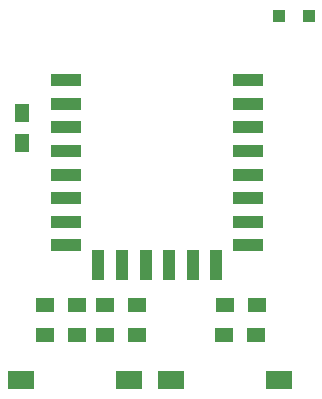
<source format=gbr>
G04 #@! TF.GenerationSoftware,KiCad,Pcbnew,(5.0.1-3-g963ef8bb5)*
G04 #@! TF.CreationDate,2019-01-23T22:51:25-05:00*
G04 #@! TF.ProjectId,WaterSpill,57617465725370696C6C2E6B69636164,rev?*
G04 #@! TF.SameCoordinates,Original*
G04 #@! TF.FileFunction,Paste,Top*
G04 #@! TF.FilePolarity,Positive*
%FSLAX46Y46*%
G04 Gerber Fmt 4.6, Leading zero omitted, Abs format (unit mm)*
G04 Created by KiCad (PCBNEW (5.0.1-3-g963ef8bb5)) date Wednesday, January 23, 2019 at 10:51:25 pm*
%MOMM*%
%LPD*%
G01*
G04 APERTURE LIST*
%ADD10R,1.250000X1.500000*%
%ADD11R,1.000000X1.000000*%
%ADD12R,1.500000X1.300000*%
%ADD13R,2.180000X1.600000*%
%ADD14R,2.500000X1.100000*%
%ADD15R,1.100000X2.500000*%
G04 APERTURE END LIST*
D10*
G04 #@! TO.C,C1*
X33655000Y-28214000D03*
X33655000Y-30714000D03*
G04 #@! TD*
D11*
G04 #@! TO.C,D1*
X55392000Y-19939000D03*
X57892000Y-19939000D03*
G04 #@! TD*
D12*
G04 #@! TO.C,R1*
X35560000Y-44450000D03*
X38260000Y-44450000D03*
G04 #@! TD*
G04 #@! TO.C,R2*
X38260000Y-46990000D03*
X35560000Y-46990000D03*
G04 #@! TD*
G04 #@! TO.C,R3*
X43340000Y-44450000D03*
X40640000Y-44450000D03*
G04 #@! TD*
G04 #@! TO.C,R4*
X43340000Y-46990000D03*
X40640000Y-46990000D03*
G04 #@! TD*
G04 #@! TO.C,R5*
X53500000Y-44450000D03*
X50800000Y-44450000D03*
G04 #@! TD*
G04 #@! TO.C,R6*
X50720000Y-46990000D03*
X53420000Y-46990000D03*
G04 #@! TD*
D13*
G04 #@! TO.C,SW1*
X46210000Y-50800000D03*
X55390000Y-50800000D03*
G04 #@! TD*
G04 #@! TO.C,SW2*
X33510000Y-50800000D03*
X42690000Y-50800000D03*
G04 #@! TD*
D14*
G04 #@! TO.C,U1*
X37400000Y-25400000D03*
X37400000Y-27400000D03*
X37400000Y-29400000D03*
X37400000Y-31400000D03*
X37400000Y-33400000D03*
X37400000Y-35400000D03*
X37400000Y-37400000D03*
X37400000Y-39400000D03*
X52800000Y-39400000D03*
X52800000Y-37400000D03*
X52800000Y-35400000D03*
X52800000Y-33400000D03*
X52800000Y-31400000D03*
X52800000Y-29400000D03*
X52800000Y-27400000D03*
X52800000Y-25400000D03*
D15*
X40090000Y-41100000D03*
X42090000Y-41100000D03*
X44090000Y-41100000D03*
X46090000Y-41100000D03*
X48090000Y-41100000D03*
X50090000Y-41100000D03*
G04 #@! TD*
M02*

</source>
